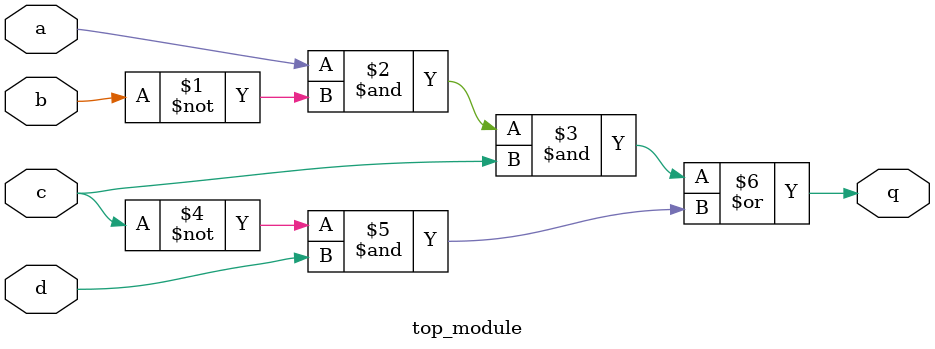
<source format=sv>
module top_module (
    input a,
    input b,
    input c,
    input d,
    output q
);

assign q = a & ~b & c | ~c & d;

endmodule

</source>
